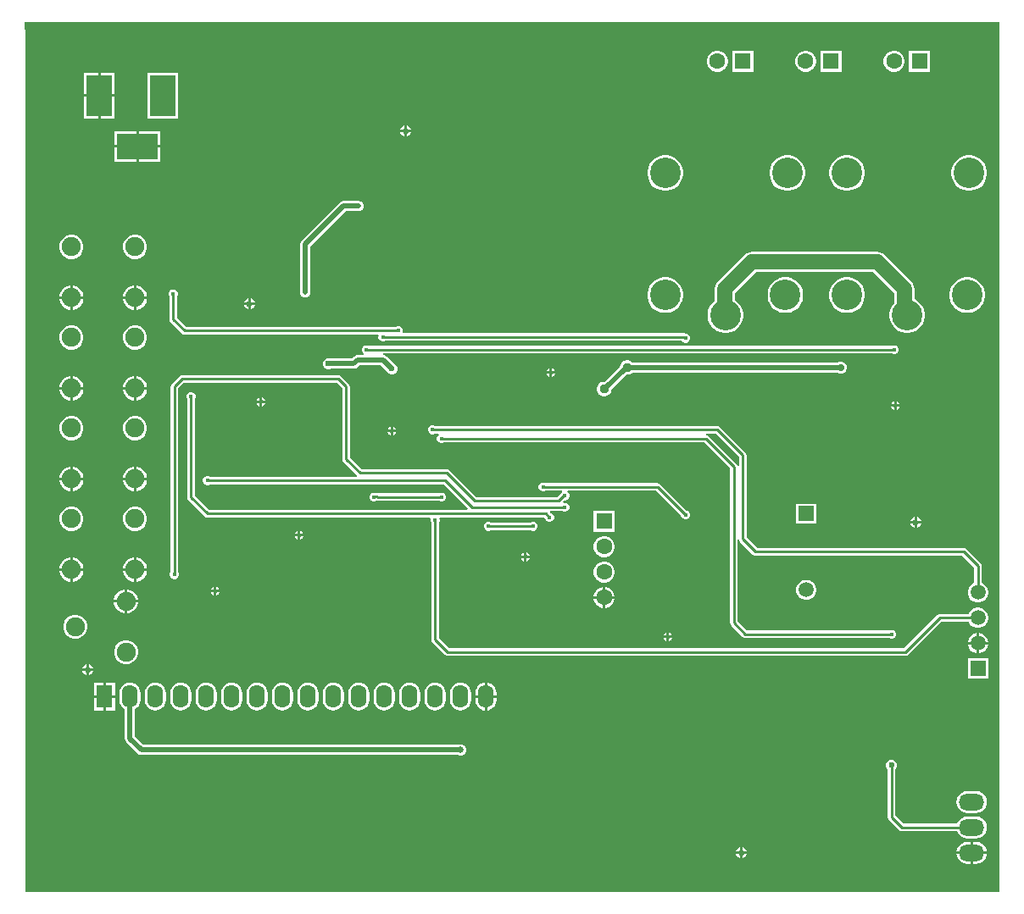
<source format=gbl>
G04*
G04 #@! TF.GenerationSoftware,Altium Limited,Altium Designer,21.9.2 (33)*
G04*
G04 Layer_Physical_Order=2*
G04 Layer_Color=16711680*
%FSLAX25Y25*%
%MOIN*%
G70*
G04*
G04 #@! TF.SameCoordinates,16876C39-77F7-4B8B-AB46-175668DC8D83*
G04*
G04*
G04 #@! TF.FilePolarity,Positive*
G04*
G01*
G75*
%ADD15C,0.01000*%
%ADD68C,0.02000*%
%ADD69C,0.06000*%
%ADD70O,0.10000X0.06600*%
%ADD71C,0.05984*%
%ADD72R,0.05984X0.05984*%
%ADD73C,0.06299*%
%ADD74R,0.06299X0.06299*%
%ADD75C,0.05906*%
%ADD76R,0.05906X0.05906*%
%ADD77R,0.06299X0.06299*%
%ADD78C,0.12000*%
%ADD79R,0.06200X0.09000*%
%ADD80O,0.06200X0.09000*%
%ADD81C,0.07500*%
%ADD82R,0.10000X0.16000*%
%ADD83R,0.16000X0.10000*%
%ADD84C,0.03775*%
%ADD85C,0.01575*%
%ADD86C,0.02756*%
%ADD87C,0.02362*%
%ADD88C,0.02575*%
%ADD89C,0.01968*%
G36*
X527993Y164007D02*
X144757D01*
X144757Y503250D01*
X144604Y504018D01*
X144507Y504164D01*
Y506493D01*
X527993D01*
X527993Y164007D01*
D02*
G37*
%LPC*%
G36*
X500634Y495134D02*
X492366D01*
Y486866D01*
X500634D01*
Y495134D01*
D02*
G37*
G36*
X487044D02*
X485956D01*
X484904Y494852D01*
X483962Y494308D01*
X483192Y493538D01*
X482648Y492596D01*
X482366Y491544D01*
Y490456D01*
X482648Y489404D01*
X483192Y488462D01*
X483962Y487692D01*
X484904Y487148D01*
X485956Y486866D01*
X487044D01*
X488096Y487148D01*
X489038Y487692D01*
X489808Y488462D01*
X490352Y489404D01*
X490634Y490456D01*
Y491544D01*
X490352Y492596D01*
X489808Y493538D01*
X489038Y494308D01*
X488096Y494852D01*
X487044Y495134D01*
D02*
G37*
G36*
X465884D02*
X457616D01*
Y486866D01*
X465884D01*
Y495134D01*
D02*
G37*
G36*
X452294D02*
X451206D01*
X450154Y494852D01*
X449212Y494308D01*
X448442Y493538D01*
X447898Y492596D01*
X447616Y491544D01*
Y490456D01*
X447898Y489404D01*
X448442Y488462D01*
X449212Y487692D01*
X450154Y487148D01*
X451206Y486866D01*
X452294D01*
X453346Y487148D01*
X454288Y487692D01*
X455058Y488462D01*
X455602Y489404D01*
X455884Y490456D01*
Y491544D01*
X455602Y492596D01*
X455058Y493538D01*
X454288Y494308D01*
X453346Y494852D01*
X452294Y495134D01*
D02*
G37*
G36*
X431134D02*
X422866D01*
Y486866D01*
X431134D01*
Y495134D01*
D02*
G37*
G36*
X417544D02*
X416456D01*
X415404Y494852D01*
X414462Y494308D01*
X413692Y493538D01*
X413148Y492596D01*
X412866Y491544D01*
Y490456D01*
X413148Y489404D01*
X413692Y488462D01*
X414462Y487692D01*
X415404Y487148D01*
X416456Y486866D01*
X417544D01*
X418596Y487148D01*
X419538Y487692D01*
X420308Y488462D01*
X420852Y489404D01*
X421134Y490456D01*
Y491544D01*
X420852Y492596D01*
X420308Y493538D01*
X419538Y494308D01*
X418596Y494852D01*
X417544Y495134D01*
D02*
G37*
G36*
X180000Y486500D02*
X174500D01*
Y478000D01*
X180000D01*
Y486500D01*
D02*
G37*
G36*
X173500D02*
X168000D01*
Y478000D01*
X173500D01*
Y486500D01*
D02*
G37*
G36*
X204984Y486484D02*
X193016D01*
Y468516D01*
X204984D01*
Y486484D01*
D02*
G37*
G36*
X180000Y477000D02*
X174500D01*
Y468500D01*
X180000D01*
Y477000D01*
D02*
G37*
G36*
X173500D02*
X168000D01*
Y468500D01*
X173500D01*
Y477000D01*
D02*
G37*
G36*
X295000Y465654D02*
Y464000D01*
X296654D01*
X296349Y464736D01*
X295736Y465349D01*
X295000Y465654D01*
D02*
G37*
G36*
X294000D02*
X293265Y465349D01*
X292651Y464736D01*
X292346Y464000D01*
X294000D01*
Y465654D01*
D02*
G37*
G36*
X296654Y463000D02*
X295000D01*
Y461346D01*
X295736Y461651D01*
X296349Y462264D01*
X296654Y463000D01*
D02*
G37*
G36*
X294000D02*
X292346D01*
X292651Y462264D01*
X293265Y461651D01*
X294000Y461346D01*
Y463000D01*
D02*
G37*
G36*
X198000Y463500D02*
X189500D01*
Y458000D01*
X198000D01*
Y463500D01*
D02*
G37*
G36*
X188500D02*
X180000D01*
Y458000D01*
X188500D01*
Y463500D01*
D02*
G37*
G36*
X198000Y457000D02*
X189500D01*
Y451500D01*
X198000D01*
Y457000D01*
D02*
G37*
G36*
X188500D02*
X180000D01*
Y451500D01*
X188500D01*
Y457000D01*
D02*
G37*
G36*
X516688Y453984D02*
X515312D01*
X513963Y453716D01*
X512692Y453189D01*
X511548Y452425D01*
X510575Y451452D01*
X509811Y450308D01*
X509284Y449037D01*
X509016Y447688D01*
Y446312D01*
X509284Y444963D01*
X509811Y443692D01*
X510575Y442548D01*
X511548Y441575D01*
X512692Y440811D01*
X513963Y440284D01*
X515312Y440016D01*
X516688D01*
X518037Y440284D01*
X519308Y440811D01*
X520452Y441575D01*
X521425Y442548D01*
X522189Y443692D01*
X522716Y444963D01*
X522984Y446312D01*
Y447688D01*
X522716Y449037D01*
X522189Y450308D01*
X521425Y451452D01*
X520452Y452425D01*
X519308Y453189D01*
X518037Y453716D01*
X516688Y453984D01*
D02*
G37*
G36*
X468688D02*
X467312D01*
X465963Y453716D01*
X464692Y453189D01*
X463548Y452425D01*
X462575Y451452D01*
X461811Y450308D01*
X461284Y449037D01*
X461016Y447688D01*
Y446312D01*
X461284Y444963D01*
X461811Y443692D01*
X462575Y442548D01*
X463548Y441575D01*
X464692Y440811D01*
X465963Y440284D01*
X467312Y440016D01*
X468688D01*
X470037Y440284D01*
X471308Y440811D01*
X472452Y441575D01*
X473425Y442548D01*
X474189Y443692D01*
X474716Y444963D01*
X474984Y446312D01*
Y447688D01*
X474716Y449037D01*
X474189Y450308D01*
X473425Y451452D01*
X472452Y452425D01*
X471308Y453189D01*
X470037Y453716D01*
X468688Y453984D01*
D02*
G37*
G36*
X445188D02*
X443812D01*
X442463Y453716D01*
X441192Y453189D01*
X440048Y452425D01*
X439075Y451452D01*
X438311Y450308D01*
X437784Y449037D01*
X437516Y447688D01*
Y446312D01*
X437784Y444963D01*
X438311Y443692D01*
X439075Y442548D01*
X440048Y441575D01*
X441192Y440811D01*
X442463Y440284D01*
X443812Y440016D01*
X445188D01*
X446537Y440284D01*
X447808Y440811D01*
X448952Y441575D01*
X449925Y442548D01*
X450689Y443692D01*
X451216Y444963D01*
X451484Y446312D01*
Y447688D01*
X451216Y449037D01*
X450689Y450308D01*
X449925Y451452D01*
X448952Y452425D01*
X447808Y453189D01*
X446537Y453716D01*
X445188Y453984D01*
D02*
G37*
G36*
X397188D02*
X395812D01*
X394463Y453716D01*
X393192Y453189D01*
X392048Y452425D01*
X391075Y451452D01*
X390311Y450308D01*
X389784Y449037D01*
X389516Y447688D01*
Y446312D01*
X389784Y444963D01*
X390311Y443692D01*
X391075Y442548D01*
X392048Y441575D01*
X393192Y440811D01*
X394463Y440284D01*
X395812Y440016D01*
X397188D01*
X398537Y440284D01*
X399808Y440811D01*
X400952Y441575D01*
X401925Y442548D01*
X402689Y443692D01*
X403216Y444963D01*
X403484Y446312D01*
Y447688D01*
X403216Y449037D01*
X402689Y450308D01*
X401925Y451452D01*
X400952Y452425D01*
X399808Y453189D01*
X398537Y453716D01*
X397188Y453984D01*
D02*
G37*
G36*
X188623Y422734D02*
X187377D01*
X186173Y422412D01*
X185093Y421788D01*
X184212Y420907D01*
X183588Y419827D01*
X183266Y418623D01*
Y417377D01*
X183588Y416173D01*
X184212Y415093D01*
X185093Y414212D01*
X186173Y413588D01*
X187377Y413266D01*
X188623D01*
X189827Y413588D01*
X190907Y414212D01*
X191788Y415093D01*
X192412Y416173D01*
X192734Y417377D01*
Y418623D01*
X192412Y419827D01*
X191788Y420907D01*
X190907Y421788D01*
X189827Y422412D01*
X188623Y422734D01*
D02*
G37*
G36*
X163623D02*
X162377D01*
X161173Y422412D01*
X160093Y421788D01*
X159212Y420907D01*
X158588Y419827D01*
X158266Y418623D01*
Y417377D01*
X158588Y416173D01*
X159212Y415093D01*
X160093Y414212D01*
X161173Y413588D01*
X162377Y413266D01*
X163623D01*
X164827Y413588D01*
X165907Y414212D01*
X166788Y415093D01*
X167412Y416173D01*
X167734Y417377D01*
Y418623D01*
X167412Y419827D01*
X166788Y420907D01*
X165907Y421788D01*
X164827Y422412D01*
X163623Y422734D01*
D02*
G37*
G36*
X188625Y402750D02*
X188500D01*
Y398500D01*
X192750D01*
Y398625D01*
X192426Y399833D01*
X191801Y400917D01*
X190917Y401801D01*
X189833Y402426D01*
X188625Y402750D01*
D02*
G37*
G36*
X163625D02*
X163500D01*
Y398500D01*
X167750D01*
Y398625D01*
X167426Y399833D01*
X166801Y400917D01*
X165917Y401801D01*
X164833Y402426D01*
X163625Y402750D01*
D02*
G37*
G36*
X187500D02*
X187375D01*
X186167Y402426D01*
X185083Y401801D01*
X184199Y400917D01*
X183574Y399833D01*
X183250Y398625D01*
Y398500D01*
X187500D01*
Y402750D01*
D02*
G37*
G36*
X162500D02*
X162375D01*
X161167Y402426D01*
X160083Y401801D01*
X159199Y400917D01*
X158574Y399833D01*
X158250Y398625D01*
Y398500D01*
X162500D01*
Y402750D01*
D02*
G37*
G36*
X276000Y436023D02*
X270000D01*
X269226Y435869D01*
X268569Y435431D01*
X253569Y420431D01*
X253131Y419774D01*
X252977Y419000D01*
Y400000D01*
X253031Y399725D01*
Y399608D01*
X253076Y399500D01*
X253131Y399226D01*
X253286Y398993D01*
X253331Y398885D01*
X253414Y398802D01*
X253569Y398569D01*
X253802Y398414D01*
X253885Y398331D01*
X253993Y398286D01*
X254226Y398131D01*
X254500Y398076D01*
X254608Y398031D01*
X254725D01*
X255000Y397977D01*
X255275Y398031D01*
X255392D01*
X255500Y398076D01*
X255774Y398131D01*
X256007Y398286D01*
X256115Y398331D01*
X256198Y398414D01*
X256431Y398569D01*
X256586Y398802D01*
X256669Y398885D01*
X256714Y398993D01*
X256869Y399226D01*
X256924Y399500D01*
X256968Y399608D01*
Y399725D01*
X257023Y400000D01*
Y418162D01*
X270838Y431977D01*
X276000D01*
X276275Y432031D01*
X276392D01*
X276500Y432076D01*
X276774Y432131D01*
X277007Y432286D01*
X277115Y432331D01*
X277198Y432414D01*
X277431Y432569D01*
X277586Y432802D01*
X277669Y432885D01*
X277714Y432993D01*
X277869Y433226D01*
X277924Y433500D01*
X277969Y433608D01*
Y433725D01*
X278023Y434000D01*
X277969Y434275D01*
Y434392D01*
X277924Y434500D01*
X277869Y434774D01*
X277714Y435007D01*
X277669Y435115D01*
X277586Y435198D01*
X277431Y435431D01*
X277198Y435586D01*
X277115Y435669D01*
X277007Y435714D01*
X276774Y435869D01*
X276500Y435924D01*
X276392Y435968D01*
X276275D01*
X276000Y436023D01*
D02*
G37*
G36*
X233500Y397654D02*
Y396000D01*
X235154D01*
X234849Y396736D01*
X234236Y397349D01*
X233500Y397654D01*
D02*
G37*
G36*
X232500D02*
X231765Y397349D01*
X231151Y396736D01*
X230846Y396000D01*
X232500D01*
Y397654D01*
D02*
G37*
G36*
X235154Y395000D02*
X233500D01*
Y393346D01*
X234236Y393651D01*
X234849Y394265D01*
X235154Y395000D01*
D02*
G37*
G36*
X232500D02*
X230846D01*
X231151Y394265D01*
X231765Y393651D01*
X232500Y393346D01*
Y395000D01*
D02*
G37*
G36*
X192750Y397500D02*
X188500D01*
Y393250D01*
X188625D01*
X189833Y393574D01*
X190917Y394199D01*
X191801Y395083D01*
X192426Y396167D01*
X192750Y397375D01*
Y397500D01*
D02*
G37*
G36*
X187500D02*
X183250D01*
Y397375D01*
X183574Y396167D01*
X184199Y395083D01*
X185083Y394199D01*
X186167Y393574D01*
X187375Y393250D01*
X187500D01*
Y397500D01*
D02*
G37*
G36*
X167750D02*
X163500D01*
Y393250D01*
X163625D01*
X164833Y393574D01*
X165917Y394199D01*
X166801Y395083D01*
X167426Y396167D01*
X167750Y397375D01*
Y397500D01*
D02*
G37*
G36*
X162500D02*
X158250D01*
Y397375D01*
X158574Y396167D01*
X159199Y395083D01*
X160083Y394199D01*
X161167Y393574D01*
X162375Y393250D01*
X162500D01*
Y397500D01*
D02*
G37*
G36*
X515932Y405953D02*
X514556D01*
X513207Y405684D01*
X511936Y405158D01*
X510792Y404393D01*
X509819Y403421D01*
X509055Y402277D01*
X508528Y401006D01*
X508260Y399656D01*
Y398281D01*
X508528Y396931D01*
X509055Y395660D01*
X509819Y394516D01*
X510792Y393544D01*
X511936Y392779D01*
X513207Y392253D01*
X514556Y391984D01*
X515932D01*
X517281Y392253D01*
X518552Y392779D01*
X519696Y393544D01*
X520669Y394516D01*
X521433Y395660D01*
X521960Y396931D01*
X522228Y398281D01*
Y399656D01*
X521960Y401006D01*
X521433Y402277D01*
X520669Y403421D01*
X519696Y404393D01*
X518552Y405158D01*
X517281Y405684D01*
X515932Y405953D01*
D02*
G37*
G36*
X468688D02*
X467312D01*
X465963Y405684D01*
X464692Y405158D01*
X463548Y404393D01*
X462575Y403421D01*
X461811Y402277D01*
X461284Y401006D01*
X461016Y399656D01*
Y398281D01*
X461284Y396931D01*
X461811Y395660D01*
X462575Y394516D01*
X463548Y393544D01*
X464692Y392779D01*
X465963Y392253D01*
X467312Y391984D01*
X468688D01*
X470037Y392253D01*
X471308Y392779D01*
X472452Y393544D01*
X473425Y394516D01*
X474189Y395660D01*
X474716Y396931D01*
X474984Y398281D01*
Y399656D01*
X474716Y401006D01*
X474189Y402277D01*
X473425Y403421D01*
X472452Y404393D01*
X471308Y405158D01*
X470037Y405684D01*
X468688Y405953D01*
D02*
G37*
G36*
X444432D02*
X443056D01*
X441707Y405684D01*
X440436Y405158D01*
X439292Y404393D01*
X438319Y403421D01*
X437555Y402277D01*
X437028Y401006D01*
X436760Y399656D01*
Y398281D01*
X437028Y396931D01*
X437555Y395660D01*
X438319Y394516D01*
X439292Y393544D01*
X440436Y392779D01*
X441707Y392253D01*
X443056Y391984D01*
X444432D01*
X445781Y392253D01*
X447052Y392779D01*
X448196Y393544D01*
X449169Y394516D01*
X449933Y395660D01*
X450460Y396931D01*
X450728Y398281D01*
Y399656D01*
X450460Y401006D01*
X449933Y402277D01*
X449169Y403421D01*
X448196Y404393D01*
X447052Y405158D01*
X445781Y405684D01*
X444432Y405953D01*
D02*
G37*
G36*
X397188D02*
X395812D01*
X394463Y405684D01*
X393192Y405158D01*
X392048Y404393D01*
X391075Y403421D01*
X390311Y402277D01*
X389784Y401006D01*
X389516Y399656D01*
Y398281D01*
X389784Y396931D01*
X390311Y395660D01*
X391075Y394516D01*
X392048Y393544D01*
X393192Y392779D01*
X394463Y392253D01*
X395812Y391984D01*
X397188D01*
X398537Y392253D01*
X399808Y392779D01*
X400952Y393544D01*
X401925Y394516D01*
X402689Y395660D01*
X403216Y396931D01*
X403484Y398281D01*
Y399656D01*
X403216Y401006D01*
X402689Y402277D01*
X401925Y403421D01*
X400952Y404393D01*
X399808Y405158D01*
X398537Y405684D01*
X397188Y405953D01*
D02*
G37*
G36*
X480000Y416019D02*
X430500D01*
X429460Y415882D01*
X428491Y415480D01*
X427658Y414842D01*
X417158Y404342D01*
X416520Y403509D01*
X416118Y402540D01*
X415981Y401500D01*
Y396728D01*
X415670Y396519D01*
X414697Y395547D01*
X413933Y394403D01*
X413406Y393132D01*
X413138Y391782D01*
Y390407D01*
X413406Y389057D01*
X413933Y387786D01*
X414697Y386642D01*
X415670Y385669D01*
X416814Y384905D01*
X418085Y384379D01*
X419434Y384110D01*
X420810D01*
X422159Y384379D01*
X423430Y384905D01*
X424574Y385669D01*
X425547Y386642D01*
X426311Y387786D01*
X426838Y389057D01*
X427106Y390407D01*
Y391782D01*
X426838Y393132D01*
X426311Y394403D01*
X425547Y395547D01*
X424574Y396519D01*
X424019Y396891D01*
Y399835D01*
X432165Y407981D01*
X478335D01*
X486455Y399861D01*
Y395805D01*
X486197Y395547D01*
X485433Y394403D01*
X484906Y393132D01*
X484638Y391782D01*
Y390407D01*
X484906Y389057D01*
X485433Y387786D01*
X486197Y386642D01*
X487170Y385669D01*
X488314Y384905D01*
X489585Y384379D01*
X490934Y384110D01*
X492310D01*
X493659Y384379D01*
X494930Y384905D01*
X496074Y385669D01*
X497047Y386642D01*
X497811Y387786D01*
X498338Y389057D01*
X498606Y390407D01*
Y391782D01*
X498338Y393132D01*
X497811Y394403D01*
X497047Y395547D01*
X496074Y396519D01*
X494930Y397284D01*
X494493Y397465D01*
Y401526D01*
X494356Y402566D01*
X493954Y403535D01*
X493316Y404368D01*
X482842Y414842D01*
X482009Y415480D01*
X481040Y415882D01*
X480000Y416019D01*
D02*
G37*
G36*
X203352Y401272D02*
X202648D01*
X201996Y401002D01*
X201498Y400504D01*
X201228Y399852D01*
Y399148D01*
X201487Y398524D01*
Y389500D01*
X201487Y389500D01*
X201602Y388921D01*
X201930Y388430D01*
X206430Y383930D01*
X206921Y383602D01*
X207500Y383487D01*
X207500Y383487D01*
X283541D01*
X283819Y383071D01*
X283728Y382852D01*
Y382148D01*
X283998Y381496D01*
X284496Y380998D01*
X285148Y380728D01*
X285852D01*
X286476Y380987D01*
X403008D01*
X403496Y380498D01*
X404148Y380228D01*
X404852D01*
X405504Y380498D01*
X406002Y380996D01*
X406272Y381648D01*
Y382352D01*
X406002Y383004D01*
X405504Y383502D01*
X404852Y383772D01*
X404613D01*
X404424Y383898D01*
X403844Y384013D01*
X403844Y384013D01*
X293459D01*
X293181Y384429D01*
X293272Y384648D01*
Y385352D01*
X293002Y386004D01*
X292504Y386502D01*
X291852Y386772D01*
X291148D01*
X290524Y386513D01*
X208127D01*
X204513Y390127D01*
Y398524D01*
X204772Y399148D01*
Y399852D01*
X204502Y400504D01*
X204004Y401002D01*
X203352Y401272D01*
D02*
G37*
G36*
X486852Y379272D02*
X486148D01*
X485524Y379013D01*
X279976D01*
X279352Y379272D01*
X278648D01*
X277996Y379002D01*
X277498Y378504D01*
X277228Y377852D01*
Y377148D01*
X277498Y376496D01*
X277971Y376023D01*
X277962Y375897D01*
X277836Y375523D01*
X275549D01*
X274775Y375369D01*
X274118Y374931D01*
X273211Y374023D01*
X264774D01*
X264431Y374165D01*
X263569D01*
X262773Y373836D01*
X262164Y373227D01*
X261835Y372431D01*
Y371569D01*
X262164Y370773D01*
X262773Y370164D01*
X263569Y369835D01*
X264431D01*
X264774Y369977D01*
X274049D01*
X274823Y370131D01*
X275480Y370569D01*
X276387Y371477D01*
X284662D01*
X287022Y369117D01*
X287164Y368773D01*
X287773Y368164D01*
X288569Y367835D01*
X289431D01*
X290227Y368164D01*
X290836Y368773D01*
X291165Y369569D01*
Y370431D01*
X290836Y371227D01*
X290227Y371836D01*
X289883Y371978D01*
X286931Y374931D01*
X286274Y375369D01*
X285683Y375487D01*
X285733Y375987D01*
X485524D01*
X486148Y375728D01*
X486852D01*
X487504Y375998D01*
X488002Y376496D01*
X488272Y377148D01*
Y377852D01*
X488002Y378504D01*
X487504Y379002D01*
X486852Y379272D01*
D02*
G37*
G36*
X188623Y387068D02*
X187377D01*
X186173Y386745D01*
X185093Y386122D01*
X184212Y385240D01*
X183588Y384161D01*
X183266Y382957D01*
Y381710D01*
X183588Y380506D01*
X184212Y379426D01*
X185093Y378545D01*
X186173Y377922D01*
X187377Y377599D01*
X188623D01*
X189827Y377922D01*
X190907Y378545D01*
X191788Y379426D01*
X192412Y380506D01*
X192734Y381710D01*
Y382957D01*
X192412Y384161D01*
X191788Y385240D01*
X190907Y386122D01*
X189827Y386745D01*
X188623Y387068D01*
D02*
G37*
G36*
X163623D02*
X162377D01*
X161173Y386745D01*
X160093Y386122D01*
X159212Y385240D01*
X158588Y384161D01*
X158266Y382957D01*
Y381710D01*
X158588Y380506D01*
X159212Y379426D01*
X160093Y378545D01*
X161173Y377922D01*
X162377Y377599D01*
X163623D01*
X164827Y377922D01*
X165907Y378545D01*
X166788Y379426D01*
X167412Y380506D01*
X167734Y381710D01*
Y382957D01*
X167412Y384161D01*
X166788Y385240D01*
X165907Y386122D01*
X164827Y386745D01*
X163623Y387068D01*
D02*
G37*
G36*
X352000Y370228D02*
Y369000D01*
X353228D01*
X353015Y369513D01*
X352513Y370015D01*
X352000Y370228D01*
D02*
G37*
G36*
X351000D02*
X350487Y370015D01*
X349985Y369513D01*
X349772Y369000D01*
X351000D01*
Y370228D01*
D02*
G37*
G36*
X381878Y373372D02*
X381122D01*
X380392Y373176D01*
X379737Y372798D01*
X379202Y372263D01*
X378824Y371608D01*
X378628Y370878D01*
Y370740D01*
X372761Y364872D01*
X372122D01*
X371392Y364676D01*
X370737Y364298D01*
X370202Y363763D01*
X369824Y363108D01*
X369628Y362378D01*
Y361622D01*
X369824Y360892D01*
X370202Y360237D01*
X370737Y359702D01*
X371392Y359324D01*
X372122Y359128D01*
X372878D01*
X373608Y359324D01*
X374263Y359702D01*
X374798Y360237D01*
X375176Y360892D01*
X375372Y361622D01*
Y361760D01*
X381240Y367628D01*
X381878D01*
X382608Y367824D01*
X383263Y368202D01*
X383538Y368477D01*
X464212D01*
X465030Y368138D01*
X465970D01*
X466838Y368497D01*
X467503Y369162D01*
X467862Y370030D01*
Y370970D01*
X467503Y371838D01*
X466838Y372503D01*
X465970Y372862D01*
X465030D01*
X464212Y372523D01*
X383538D01*
X383263Y372798D01*
X382608Y373176D01*
X381878Y373372D01*
D02*
G37*
G36*
X268000Y367513D02*
X268000Y367513D01*
X206500D01*
X206500Y367513D01*
X205921Y367398D01*
X205430Y367070D01*
X202430Y364070D01*
X202102Y363579D01*
X201987Y363000D01*
X201987Y363000D01*
Y289976D01*
X201728Y289352D01*
Y288648D01*
X201998Y287996D01*
X202496Y287498D01*
X203148Y287228D01*
X203852D01*
X204504Y287498D01*
X205002Y287996D01*
X205272Y288648D01*
Y289352D01*
X205013Y289976D01*
Y362373D01*
X207127Y364487D01*
X267373D01*
X269487Y362373D01*
Y334500D01*
X269487Y334500D01*
X269602Y333921D01*
X269930Y333430D01*
X275346Y328013D01*
X275270Y327689D01*
X275153Y327513D01*
X217476D01*
X216852Y327772D01*
X216148D01*
X215496Y327502D01*
X214998Y327004D01*
X214728Y326352D01*
Y325648D01*
X214998Y324996D01*
X215496Y324498D01*
X216148Y324228D01*
X216852D01*
X217476Y324487D01*
X309373D01*
X318885Y314975D01*
X318693Y314513D01*
X217127D01*
X211513Y320127D01*
Y358024D01*
X211772Y358648D01*
Y359352D01*
X211502Y360004D01*
X211004Y360502D01*
X210352Y360772D01*
X209648D01*
X208996Y360502D01*
X208498Y360004D01*
X208228Y359352D01*
Y358648D01*
X208487Y358024D01*
Y319500D01*
X208487Y319500D01*
X208602Y318921D01*
X208930Y318430D01*
X215430Y311930D01*
X215430Y311930D01*
X215921Y311602D01*
X216500Y311487D01*
X216500Y311487D01*
X304041D01*
X304319Y311071D01*
X304228Y310852D01*
Y310148D01*
X304487Y309524D01*
Y263500D01*
X304487Y263500D01*
X304602Y262921D01*
X304930Y262430D01*
X309930Y257430D01*
X309930Y257430D01*
X310421Y257102D01*
X311000Y256987D01*
X491000D01*
X491000Y256987D01*
X491579Y257102D01*
X492070Y257430D01*
X505127Y270487D01*
X515789D01*
X515795Y270465D01*
X516318Y269558D01*
X517058Y268818D01*
X517965Y268295D01*
X518976Y268024D01*
X520023D01*
X521035Y268295D01*
X521942Y268818D01*
X522682Y269558D01*
X523205Y270465D01*
X523476Y271477D01*
Y272523D01*
X523205Y273535D01*
X522682Y274442D01*
X521942Y275182D01*
X521035Y275705D01*
X520023Y275976D01*
X518976D01*
X517965Y275705D01*
X517058Y275182D01*
X516318Y274442D01*
X515795Y273535D01*
X515789Y273513D01*
X504500D01*
X503921Y273398D01*
X503430Y273070D01*
X503430Y273070D01*
X490373Y260013D01*
X311627D01*
X307513Y264127D01*
Y309524D01*
X307772Y310148D01*
Y310852D01*
X307681Y311071D01*
X307959Y311487D01*
X348873D01*
X349240Y311120D01*
X349498Y310496D01*
X349996Y309998D01*
X350648Y309728D01*
X351352D01*
X352004Y309998D01*
X352502Y310496D01*
X352772Y311148D01*
Y311852D01*
X352502Y312504D01*
X352004Y313002D01*
X351380Y313260D01*
X351115Y313525D01*
X351307Y313987D01*
X356024D01*
X356648Y313728D01*
X357352D01*
X358004Y313998D01*
X358502Y314496D01*
X358772Y315148D01*
Y315852D01*
X358502Y316504D01*
X358004Y317002D01*
X357352Y317272D01*
X356648D01*
X356599Y317251D01*
X356315Y317675D01*
X356869Y318228D01*
X357352D01*
X358004Y318498D01*
X358502Y318996D01*
X358772Y319648D01*
Y320352D01*
X358502Y321004D01*
X358019Y321487D01*
X358022Y321569D01*
X358140Y321987D01*
X392873D01*
X402740Y312120D01*
X402998Y311496D01*
X403496Y310998D01*
X404148Y310728D01*
X404852D01*
X405504Y310998D01*
X406002Y311496D01*
X406272Y312148D01*
Y312852D01*
X406002Y313504D01*
X405504Y314002D01*
X404880Y314260D01*
X394570Y324570D01*
X394079Y324898D01*
X393500Y325013D01*
X393500Y325013D01*
X349476D01*
X348852Y325272D01*
X348148D01*
X347496Y325002D01*
X346998Y324504D01*
X346728Y323852D01*
Y323148D01*
X346998Y322496D01*
X347496Y321998D01*
X348148Y321728D01*
X348852D01*
X349476Y321987D01*
X355860D01*
X355978Y321569D01*
X355981Y321487D01*
X355836Y321341D01*
X355430Y321070D01*
X355430Y321070D01*
X353873Y319513D01*
X322127D01*
X311570Y330070D01*
X311079Y330398D01*
X310500Y330513D01*
X310500Y330513D01*
X277127D01*
X272513Y335127D01*
Y363000D01*
X272513Y363000D01*
X272398Y363579D01*
X272070Y364070D01*
X272070Y364070D01*
X269070Y367070D01*
X268579Y367398D01*
X268483Y367417D01*
X268000Y367513D01*
D02*
G37*
G36*
X353228Y368000D02*
X352000D01*
Y366772D01*
X352513Y366985D01*
X353015Y367488D01*
X353228Y368000D01*
D02*
G37*
G36*
X351000D02*
X349772D01*
X349985Y367488D01*
X350487Y366985D01*
X351000Y366772D01*
Y368000D01*
D02*
G37*
G36*
X188625Y367083D02*
X188500D01*
Y362833D01*
X192750D01*
Y362959D01*
X192426Y364167D01*
X191801Y365250D01*
X190917Y366134D01*
X189833Y366760D01*
X188625Y367083D01*
D02*
G37*
G36*
X187500D02*
X187375D01*
X186167Y366760D01*
X185083Y366134D01*
X184199Y365250D01*
X183574Y364167D01*
X183250Y362959D01*
Y362833D01*
X187500D01*
Y367083D01*
D02*
G37*
G36*
X163625D02*
X163500D01*
Y362833D01*
X167750D01*
Y362959D01*
X167426Y364167D01*
X166801Y365250D01*
X165917Y366134D01*
X164833Y366760D01*
X163625Y367083D01*
D02*
G37*
G36*
X162500D02*
X162375D01*
X161167Y366760D01*
X160083Y366134D01*
X159199Y365250D01*
X158574Y364167D01*
X158250Y362959D01*
Y362833D01*
X162500D01*
Y367083D01*
D02*
G37*
G36*
X192750Y361833D02*
X188500D01*
Y357583D01*
X188625D01*
X189833Y357907D01*
X190917Y358532D01*
X191801Y359417D01*
X192426Y360500D01*
X192750Y361708D01*
Y361833D01*
D02*
G37*
G36*
X187500D02*
X183250D01*
Y361708D01*
X183574Y360500D01*
X184199Y359417D01*
X185083Y358532D01*
X186167Y357907D01*
X187375Y357583D01*
X187500D01*
Y361833D01*
D02*
G37*
G36*
X167750D02*
X163500D01*
Y357583D01*
X163625D01*
X164833Y357907D01*
X165917Y358532D01*
X166801Y359417D01*
X167426Y360500D01*
X167750Y361708D01*
Y361833D01*
D02*
G37*
G36*
X162500D02*
X158250D01*
Y361708D01*
X158574Y360500D01*
X159199Y359417D01*
X160083Y358532D01*
X161167Y357907D01*
X162375Y357583D01*
X162500D01*
Y361833D01*
D02*
G37*
G36*
X238000Y358728D02*
Y357500D01*
X239228D01*
X239015Y358013D01*
X238512Y358515D01*
X238000Y358728D01*
D02*
G37*
G36*
X237000D02*
X236488Y358515D01*
X235985Y358013D01*
X235772Y357500D01*
X237000D01*
Y358728D01*
D02*
G37*
G36*
X487500Y357228D02*
Y356000D01*
X488728D01*
X488515Y356512D01*
X488013Y357015D01*
X487500Y357228D01*
D02*
G37*
G36*
X486500D02*
X485988Y357015D01*
X485485Y356512D01*
X485272Y356000D01*
X486500D01*
Y357228D01*
D02*
G37*
G36*
X239228Y356500D02*
X238000D01*
Y355272D01*
X238512Y355485D01*
X239015Y355988D01*
X239228Y356500D01*
D02*
G37*
G36*
X237000D02*
X235772D01*
X235985Y355988D01*
X236488Y355485D01*
X237000Y355272D01*
Y356500D01*
D02*
G37*
G36*
X488728Y355000D02*
X487500D01*
Y353772D01*
X488013Y353985D01*
X488515Y354487D01*
X488728Y355000D01*
D02*
G37*
G36*
X486500D02*
X485272D01*
X485485Y354487D01*
X485988Y353985D01*
X486500Y353772D01*
Y355000D01*
D02*
G37*
G36*
X289500Y347228D02*
Y346000D01*
X290728D01*
X290515Y346513D01*
X290013Y347015D01*
X289500Y347228D01*
D02*
G37*
G36*
X288500D02*
X287987Y347015D01*
X287485Y346513D01*
X287272Y346000D01*
X288500D01*
Y347228D01*
D02*
G37*
G36*
X290728Y345000D02*
X289500D01*
Y343772D01*
X290013Y343985D01*
X290515Y344488D01*
X290728Y345000D01*
D02*
G37*
G36*
X288500D02*
X287272D01*
X287485Y344488D01*
X287987Y343985D01*
X288500Y343772D01*
Y345000D01*
D02*
G37*
G36*
X188623Y351401D02*
X187377D01*
X186173Y351078D01*
X185093Y350455D01*
X184212Y349574D01*
X183588Y348494D01*
X183266Y347290D01*
Y346043D01*
X183588Y344839D01*
X184212Y343760D01*
X185093Y342878D01*
X186173Y342255D01*
X187377Y341932D01*
X188623D01*
X189827Y342255D01*
X190907Y342878D01*
X191788Y343760D01*
X192412Y344839D01*
X192734Y346043D01*
Y347290D01*
X192412Y348494D01*
X191788Y349574D01*
X190907Y350455D01*
X189827Y351078D01*
X188623Y351401D01*
D02*
G37*
G36*
X163623D02*
X162377D01*
X161173Y351078D01*
X160093Y350455D01*
X159212Y349574D01*
X158588Y348494D01*
X158266Y347290D01*
Y346043D01*
X158588Y344839D01*
X159212Y343760D01*
X160093Y342878D01*
X161173Y342255D01*
X162377Y341932D01*
X163623D01*
X164827Y342255D01*
X165907Y342878D01*
X166788Y343760D01*
X167412Y344839D01*
X167734Y346043D01*
Y347290D01*
X167412Y348494D01*
X166788Y349574D01*
X165907Y350455D01*
X164827Y351078D01*
X163623Y351401D01*
D02*
G37*
G36*
X188625Y331417D02*
X188500D01*
Y327167D01*
X192750D01*
Y327292D01*
X192426Y328500D01*
X191801Y329583D01*
X190917Y330468D01*
X189833Y331093D01*
X188625Y331417D01*
D02*
G37*
G36*
X187500D02*
X187375D01*
X186167Y331093D01*
X185083Y330468D01*
X184199Y329583D01*
X183574Y328500D01*
X183250Y327292D01*
Y327167D01*
X187500D01*
Y331417D01*
D02*
G37*
G36*
X163625D02*
X163500D01*
Y327167D01*
X167750D01*
Y327292D01*
X167426Y328500D01*
X166801Y329583D01*
X165917Y330468D01*
X164833Y331093D01*
X163625Y331417D01*
D02*
G37*
G36*
X162500D02*
X162375D01*
X161167Y331093D01*
X160083Y330468D01*
X159199Y329583D01*
X158574Y328500D01*
X158250Y327292D01*
Y327167D01*
X162500D01*
Y331417D01*
D02*
G37*
G36*
X192750Y326167D02*
X188500D01*
Y321917D01*
X188625D01*
X189833Y322240D01*
X190917Y322866D01*
X191801Y323750D01*
X192426Y324833D01*
X192750Y326041D01*
Y326167D01*
D02*
G37*
G36*
X187500D02*
X183250D01*
Y326041D01*
X183574Y324833D01*
X184199Y323750D01*
X185083Y322866D01*
X186167Y322240D01*
X187375Y321917D01*
X187500D01*
Y326167D01*
D02*
G37*
G36*
X167750D02*
X163500D01*
Y321917D01*
X163625D01*
X164833Y322240D01*
X165917Y322866D01*
X166801Y323750D01*
X167426Y324833D01*
X167750Y326041D01*
Y326167D01*
D02*
G37*
G36*
X162500D02*
X158250D01*
Y326041D01*
X158574Y324833D01*
X159199Y323750D01*
X160083Y322866D01*
X161167Y322240D01*
X162375Y321917D01*
X162500D01*
Y326167D01*
D02*
G37*
G36*
X308852Y321272D02*
X308148D01*
X307524Y321013D01*
X283663D01*
X283110Y321123D01*
X283110Y321123D01*
X282711D01*
X282352Y321272D01*
X281648D01*
X280996Y321002D01*
X280498Y320504D01*
X280228Y319852D01*
Y319148D01*
X280498Y318496D01*
X280996Y317998D01*
X281648Y317728D01*
X282352D01*
X283004Y317998D01*
X283030Y318024D01*
X283220Y317987D01*
X283220Y317987D01*
X307524D01*
X308148Y317728D01*
X308852D01*
X309504Y317998D01*
X310002Y318496D01*
X310272Y319148D01*
Y319852D01*
X310002Y320504D01*
X309504Y321002D01*
X308852Y321272D01*
D02*
G37*
G36*
X495500Y311654D02*
Y310000D01*
X497154D01*
X496849Y310736D01*
X496236Y311349D01*
X495500Y311654D01*
D02*
G37*
G36*
X494500D02*
X493764Y311349D01*
X493151Y310736D01*
X492846Y310000D01*
X494500D01*
Y311654D01*
D02*
G37*
G36*
X344852Y309772D02*
X344148D01*
X343524Y309513D01*
X327976D01*
X327352Y309772D01*
X326648D01*
X325996Y309502D01*
X325498Y309004D01*
X325228Y308352D01*
Y307648D01*
X325498Y306996D01*
X325996Y306498D01*
X326648Y306228D01*
X327352D01*
X327976Y306487D01*
X343524D01*
X344148Y306228D01*
X344852D01*
X345504Y306498D01*
X346002Y306996D01*
X346272Y307648D01*
Y308352D01*
X346002Y309004D01*
X345504Y309502D01*
X344852Y309772D01*
D02*
G37*
G36*
X455887Y316937D02*
X448013D01*
Y309063D01*
X455887D01*
Y316937D01*
D02*
G37*
G36*
X497154Y309000D02*
X495500D01*
Y307346D01*
X496236Y307651D01*
X496849Y308264D01*
X497154Y309000D01*
D02*
G37*
G36*
X494500D02*
X492846D01*
X493151Y308264D01*
X493764Y307651D01*
X494500Y307346D01*
Y309000D01*
D02*
G37*
G36*
X188623Y315734D02*
X187377D01*
X186173Y315412D01*
X185093Y314788D01*
X184212Y313907D01*
X183588Y312827D01*
X183266Y311623D01*
Y310377D01*
X183588Y309173D01*
X184212Y308093D01*
X185093Y307212D01*
X186173Y306588D01*
X187377Y306266D01*
X188623D01*
X189827Y306588D01*
X190907Y307212D01*
X191788Y308093D01*
X192412Y309173D01*
X192734Y310377D01*
Y311623D01*
X192412Y312827D01*
X191788Y313907D01*
X190907Y314788D01*
X189827Y315412D01*
X188623Y315734D01*
D02*
G37*
G36*
X163623D02*
X162377D01*
X161173Y315412D01*
X160093Y314788D01*
X159212Y313907D01*
X158588Y312827D01*
X158266Y311623D01*
Y310377D01*
X158588Y309173D01*
X159212Y308093D01*
X160093Y307212D01*
X161173Y306588D01*
X162377Y306266D01*
X163623D01*
X164827Y306588D01*
X165907Y307212D01*
X166788Y308093D01*
X167412Y309173D01*
X167734Y310377D01*
Y311623D01*
X167412Y312827D01*
X166788Y313907D01*
X165907Y314788D01*
X164827Y315412D01*
X163623Y315734D01*
D02*
G37*
G36*
X376634Y314134D02*
X368366D01*
Y305866D01*
X376634D01*
Y314134D01*
D02*
G37*
G36*
X253000Y306228D02*
Y305000D01*
X254228D01*
X254015Y305512D01*
X253513Y306015D01*
X253000Y306228D01*
D02*
G37*
G36*
X252000D02*
X251487Y306015D01*
X250985Y305512D01*
X250772Y305000D01*
X252000D01*
Y306228D01*
D02*
G37*
G36*
X254228Y304000D02*
X253000D01*
Y302772D01*
X253513Y302985D01*
X254015Y303487D01*
X254228Y304000D01*
D02*
G37*
G36*
X252000D02*
X250772D01*
X250985Y303487D01*
X251487Y302985D01*
X252000Y302772D01*
Y304000D01*
D02*
G37*
G36*
X342000Y297728D02*
Y296500D01*
X343228D01*
X343015Y297012D01*
X342512Y297515D01*
X342000Y297728D01*
D02*
G37*
G36*
X341000D02*
X340488Y297515D01*
X339985Y297012D01*
X339772Y296500D01*
X341000D01*
Y297728D01*
D02*
G37*
G36*
X373044Y304134D02*
X371956D01*
X370904Y303852D01*
X369962Y303308D01*
X369192Y302538D01*
X368648Y301596D01*
X368366Y300544D01*
Y299456D01*
X368648Y298404D01*
X369192Y297462D01*
X369962Y296692D01*
X370904Y296148D01*
X371956Y295866D01*
X373044D01*
X374096Y296148D01*
X375038Y296692D01*
X375808Y297462D01*
X376352Y298404D01*
X376634Y299456D01*
Y300544D01*
X376352Y301596D01*
X375808Y302538D01*
X375038Y303308D01*
X374096Y303852D01*
X373044Y304134D01*
D02*
G37*
G36*
X343228Y295500D02*
X342000D01*
Y294272D01*
X342512Y294485D01*
X343015Y294988D01*
X343228Y295500D01*
D02*
G37*
G36*
X341000D02*
X339772D01*
X339985Y294988D01*
X340488Y294485D01*
X341000Y294272D01*
Y295500D01*
D02*
G37*
G36*
X188625Y295750D02*
X188500D01*
Y291500D01*
X192750D01*
Y291625D01*
X192426Y292833D01*
X191801Y293917D01*
X190917Y294801D01*
X189833Y295426D01*
X188625Y295750D01*
D02*
G37*
G36*
X187500D02*
X187375D01*
X186167Y295426D01*
X185083Y294801D01*
X184199Y293917D01*
X183574Y292833D01*
X183250Y291625D01*
Y291500D01*
X187500D01*
Y295750D01*
D02*
G37*
G36*
X163625D02*
X163500D01*
Y291500D01*
X167750D01*
Y291625D01*
X167426Y292833D01*
X166801Y293917D01*
X165917Y294801D01*
X164833Y295426D01*
X163625Y295750D01*
D02*
G37*
G36*
X162500D02*
X162375D01*
X161167Y295426D01*
X160083Y294801D01*
X159199Y293917D01*
X158574Y292833D01*
X158250Y291625D01*
Y291500D01*
X162500D01*
Y295750D01*
D02*
G37*
G36*
X192750Y290500D02*
X188500D01*
Y286250D01*
X188625D01*
X189833Y286574D01*
X190917Y287199D01*
X191801Y288083D01*
X192426Y289167D01*
X192750Y290375D01*
Y290500D01*
D02*
G37*
G36*
X187500D02*
X183250D01*
Y290375D01*
X183574Y289167D01*
X184199Y288083D01*
X185083Y287199D01*
X186167Y286574D01*
X187375Y286250D01*
X187500D01*
Y290500D01*
D02*
G37*
G36*
X167750D02*
X163500D01*
Y286250D01*
X163625D01*
X164833Y286574D01*
X165917Y287199D01*
X166801Y288083D01*
X167426Y289167D01*
X167750Y290375D01*
Y290500D01*
D02*
G37*
G36*
X162500D02*
X158250D01*
Y290375D01*
X158574Y289167D01*
X159199Y288083D01*
X160083Y287199D01*
X161167Y286574D01*
X162375Y286250D01*
X162500D01*
Y290500D01*
D02*
G37*
G36*
X373044Y294134D02*
X371956D01*
X370904Y293852D01*
X369962Y293308D01*
X369192Y292538D01*
X368648Y291596D01*
X368366Y290544D01*
Y289456D01*
X368648Y288404D01*
X369192Y287462D01*
X369962Y286692D01*
X370904Y286148D01*
X371956Y285866D01*
X373044D01*
X374096Y286148D01*
X375038Y286692D01*
X375808Y287462D01*
X376352Y288404D01*
X376634Y289456D01*
Y290544D01*
X376352Y291596D01*
X375808Y292538D01*
X375038Y293308D01*
X374096Y293852D01*
X373044Y294134D01*
D02*
G37*
G36*
X220000Y284228D02*
Y283000D01*
X221228D01*
X221015Y283512D01*
X220513Y284015D01*
X220000Y284228D01*
D02*
G37*
G36*
X219000D02*
X218488Y284015D01*
X217985Y283512D01*
X217772Y283000D01*
X219000D01*
Y284228D01*
D02*
G37*
G36*
X221228Y282000D02*
X220000D01*
Y280772D01*
X220513Y280985D01*
X221015Y281487D01*
X221228Y282000D01*
D02*
G37*
G36*
X219000D02*
X217772D01*
X217985Y281487D01*
X218488Y280985D01*
X219000Y280772D01*
Y282000D01*
D02*
G37*
G36*
X373046Y284150D02*
X373000D01*
Y280500D01*
X376650D01*
Y280546D01*
X376367Y281602D01*
X375820Y282548D01*
X375048Y283320D01*
X374102Y283867D01*
X373046Y284150D01*
D02*
G37*
G36*
X372000D02*
X371954D01*
X370898Y283867D01*
X369952Y283320D01*
X369180Y282548D01*
X368633Y281602D01*
X368350Y280546D01*
Y280500D01*
X372000D01*
Y284150D01*
D02*
G37*
G36*
X452518Y286937D02*
X451482D01*
X450480Y286669D01*
X449583Y286150D01*
X448850Y285417D01*
X448331Y284520D01*
X448063Y283518D01*
Y282482D01*
X448331Y281480D01*
X448850Y280583D01*
X449583Y279850D01*
X450480Y279331D01*
X451482Y279063D01*
X452518D01*
X453520Y279331D01*
X454417Y279850D01*
X455150Y280583D01*
X455669Y281480D01*
X455937Y282482D01*
Y283518D01*
X455669Y284520D01*
X455150Y285417D01*
X454417Y286150D01*
X453520Y286669D01*
X452518Y286937D01*
D02*
G37*
G36*
X185125Y283250D02*
X185000D01*
Y279000D01*
X189250D01*
Y279125D01*
X188926Y280333D01*
X188301Y281417D01*
X187417Y282301D01*
X186333Y282926D01*
X185125Y283250D01*
D02*
G37*
G36*
X184000D02*
X183875D01*
X182667Y282926D01*
X181583Y282301D01*
X180699Y281417D01*
X180074Y280333D01*
X179750Y279125D01*
Y279000D01*
X184000D01*
Y283250D01*
D02*
G37*
G36*
X305352Y347772D02*
X304648D01*
X303996Y347502D01*
X303498Y347004D01*
X303228Y346352D01*
Y345648D01*
X303498Y344996D01*
X303996Y344498D01*
X304648Y344228D01*
X305352D01*
X305976Y344487D01*
X307360D01*
X307478Y344069D01*
X307481Y343987D01*
X306998Y343504D01*
X306728Y342852D01*
Y342148D01*
X306998Y341496D01*
X307496Y340998D01*
X308148Y340728D01*
X308852D01*
X309476Y340987D01*
X411873D01*
X421987Y330873D01*
Y270000D01*
X421987Y270000D01*
X422102Y269421D01*
X422430Y268930D01*
X426930Y264430D01*
X427421Y264102D01*
X428000Y263987D01*
X428000Y263987D01*
X484524D01*
X485148Y263728D01*
X485852D01*
X486504Y263998D01*
X487002Y264496D01*
X487272Y265148D01*
Y265852D01*
X487002Y266504D01*
X486504Y267002D01*
X485852Y267272D01*
X485148D01*
X484524Y267013D01*
X428627D01*
X425013Y270627D01*
Y302817D01*
X425513Y302866D01*
X425602Y302421D01*
X425930Y301930D01*
X430930Y296930D01*
X430930Y296930D01*
X431421Y296602D01*
X432000Y296487D01*
X432000Y296487D01*
X513373D01*
X517987Y291873D01*
Y285711D01*
X517965Y285705D01*
X517058Y285182D01*
X516318Y284442D01*
X515795Y283535D01*
X515524Y282523D01*
Y281476D01*
X515795Y280465D01*
X516318Y279558D01*
X517058Y278818D01*
X517965Y278295D01*
X518976Y278024D01*
X520023D01*
X521035Y278295D01*
X521942Y278818D01*
X522682Y279558D01*
X523205Y280465D01*
X523476Y281476D01*
Y282523D01*
X523205Y283535D01*
X522682Y284442D01*
X521942Y285182D01*
X521035Y285705D01*
X521013Y285711D01*
Y292500D01*
X520898Y293079D01*
X520570Y293570D01*
X520570Y293570D01*
X515070Y299070D01*
X514579Y299398D01*
X514000Y299513D01*
X514000Y299513D01*
X432627D01*
X428513Y303627D01*
Y336000D01*
X428513Y336000D01*
X428398Y336579D01*
X428070Y337070D01*
X428070Y337070D01*
X418070Y347070D01*
X417579Y347398D01*
X417000Y347513D01*
X417000Y347513D01*
X305976D01*
X305352Y347772D01*
D02*
G37*
G36*
X376650Y279500D02*
X373000D01*
Y275850D01*
X373046D01*
X374102Y276133D01*
X375048Y276679D01*
X375820Y277452D01*
X376367Y278398D01*
X376650Y279454D01*
Y279500D01*
D02*
G37*
G36*
X372000D02*
X368350D01*
Y279454D01*
X368633Y278398D01*
X369180Y277452D01*
X369952Y276679D01*
X370898Y276133D01*
X371954Y275850D01*
X372000D01*
Y279500D01*
D02*
G37*
G36*
X189250Y278000D02*
X185000D01*
Y273750D01*
X185125D01*
X186333Y274074D01*
X187417Y274699D01*
X188301Y275583D01*
X188926Y276667D01*
X189250Y277875D01*
Y278000D01*
D02*
G37*
G36*
X184000D02*
X179750D01*
Y277875D01*
X180074Y276667D01*
X180699Y275583D01*
X181583Y274699D01*
X182667Y274074D01*
X183875Y273750D01*
X184000D01*
Y278000D01*
D02*
G37*
G36*
X398000Y266228D02*
Y265000D01*
X399228D01*
X399015Y265512D01*
X398513Y266015D01*
X398000Y266228D01*
D02*
G37*
G36*
X397000D02*
X396487Y266015D01*
X395985Y265512D01*
X395772Y265000D01*
X397000D01*
Y266228D01*
D02*
G37*
G36*
X165123Y273234D02*
X163877D01*
X162673Y272912D01*
X161593Y272288D01*
X160712Y271407D01*
X160088Y270327D01*
X159766Y269123D01*
Y267877D01*
X160088Y266673D01*
X160712Y265593D01*
X161593Y264712D01*
X162673Y264088D01*
X163877Y263766D01*
X165123D01*
X166327Y264088D01*
X167407Y264712D01*
X168288Y265593D01*
X168912Y266673D01*
X169234Y267877D01*
Y269123D01*
X168912Y270327D01*
X168288Y271407D01*
X167407Y272288D01*
X166327Y272912D01*
X165123Y273234D01*
D02*
G37*
G36*
X399228Y264000D02*
X398000D01*
Y262772D01*
X398513Y262985D01*
X399015Y263488D01*
X399228Y264000D01*
D02*
G37*
G36*
X397000D02*
X395772D01*
X395985Y263488D01*
X396487Y262985D01*
X397000Y262772D01*
Y264000D01*
D02*
G37*
G36*
X520026Y265992D02*
X520000D01*
Y262500D01*
X523492D01*
Y262526D01*
X523220Y263541D01*
X522694Y264451D01*
X521951Y265195D01*
X521041Y265720D01*
X520026Y265992D01*
D02*
G37*
G36*
X519000D02*
X518974D01*
X517959Y265720D01*
X517049Y265195D01*
X516305Y264451D01*
X515780Y263541D01*
X515508Y262526D01*
Y262500D01*
X519000D01*
Y265992D01*
D02*
G37*
G36*
X523492Y261500D02*
X520000D01*
Y258008D01*
X520026D01*
X521041Y258280D01*
X521951Y258805D01*
X522694Y259549D01*
X523220Y260459D01*
X523492Y261474D01*
Y261500D01*
D02*
G37*
G36*
X519000D02*
X515508D01*
Y261474D01*
X515780Y260459D01*
X516305Y259549D01*
X517049Y258805D01*
X517959Y258280D01*
X518974Y258008D01*
X519000D01*
Y261500D01*
D02*
G37*
G36*
X185123Y263234D02*
X183877D01*
X182673Y262912D01*
X181593Y262288D01*
X180712Y261407D01*
X180088Y260327D01*
X179766Y259123D01*
Y257877D01*
X180088Y256673D01*
X180712Y255593D01*
X181593Y254712D01*
X182673Y254088D01*
X183877Y253766D01*
X185123D01*
X186327Y254088D01*
X187407Y254712D01*
X188288Y255593D01*
X188912Y256673D01*
X189234Y257877D01*
Y259123D01*
X188912Y260327D01*
X188288Y261407D01*
X187407Y262288D01*
X186327Y262912D01*
X185123Y263234D01*
D02*
G37*
G36*
X170000Y253654D02*
Y252000D01*
X171654D01*
X171349Y252735D01*
X170736Y253349D01*
X170000Y253654D01*
D02*
G37*
G36*
X169000D02*
X168264Y253349D01*
X167651Y252735D01*
X167346Y252000D01*
X169000D01*
Y253654D01*
D02*
G37*
G36*
X171654Y251000D02*
X170000D01*
Y249346D01*
X170736Y249651D01*
X171349Y250265D01*
X171654Y251000D01*
D02*
G37*
G36*
X169000D02*
X167346D01*
X167651Y250265D01*
X168264Y249651D01*
X169000Y249346D01*
Y251000D01*
D02*
G37*
G36*
X523476Y255976D02*
X515524D01*
Y248024D01*
X523476D01*
Y255976D01*
D02*
G37*
G36*
X326500Y246469D02*
Y241500D01*
X330135D01*
Y242400D01*
X329995Y243470D01*
X329581Y244468D01*
X328924Y245324D01*
X328068Y245981D01*
X327070Y246394D01*
X326500Y246469D01*
D02*
G37*
G36*
X325500D02*
X324930Y246394D01*
X323932Y245981D01*
X323076Y245324D01*
X322419Y244468D01*
X322006Y243470D01*
X321865Y242400D01*
Y241500D01*
X325500D01*
Y246469D01*
D02*
G37*
G36*
X180100Y246500D02*
X176500D01*
Y241500D01*
X180100D01*
Y246500D01*
D02*
G37*
G36*
X175500D02*
X171900D01*
Y241500D01*
X175500D01*
Y246500D01*
D02*
G37*
G36*
X330135Y240500D02*
X326500D01*
Y235530D01*
X327070Y235606D01*
X328068Y236019D01*
X328924Y236676D01*
X329581Y237532D01*
X329995Y238530D01*
X330135Y239600D01*
Y240500D01*
D02*
G37*
G36*
X325500D02*
X321865D01*
Y239600D01*
X322006Y238530D01*
X322419Y237532D01*
X323076Y236676D01*
X323932Y236019D01*
X324930Y235606D01*
X325500Y235530D01*
Y240500D01*
D02*
G37*
G36*
X180100D02*
X176500D01*
Y235500D01*
X180100D01*
Y240500D01*
D02*
G37*
G36*
X175500D02*
X171900D01*
Y235500D01*
X175500D01*
Y240500D01*
D02*
G37*
G36*
X316000Y246519D02*
X314934Y246379D01*
X313940Y245968D01*
X313087Y245313D01*
X312432Y244460D01*
X312021Y243466D01*
X311880Y242400D01*
Y239600D01*
X312021Y238534D01*
X312432Y237540D01*
X313087Y236687D01*
X313940Y236032D01*
X314934Y235621D01*
X316000Y235480D01*
X317066Y235621D01*
X318060Y236032D01*
X318913Y236687D01*
X319568Y237540D01*
X319979Y238534D01*
X320120Y239600D01*
Y242400D01*
X319979Y243466D01*
X319568Y244460D01*
X318913Y245313D01*
X318060Y245968D01*
X317066Y246379D01*
X316000Y246519D01*
D02*
G37*
G36*
X306000D02*
X304934Y246379D01*
X303940Y245968D01*
X303087Y245313D01*
X302432Y244460D01*
X302021Y243466D01*
X301881Y242400D01*
Y239600D01*
X302021Y238534D01*
X302432Y237540D01*
X303087Y236687D01*
X303940Y236032D01*
X304934Y235621D01*
X306000Y235480D01*
X307066Y235621D01*
X308060Y236032D01*
X308913Y236687D01*
X309568Y237540D01*
X309979Y238534D01*
X310120Y239600D01*
Y242400D01*
X309979Y243466D01*
X309568Y244460D01*
X308913Y245313D01*
X308060Y245968D01*
X307066Y246379D01*
X306000Y246519D01*
D02*
G37*
G36*
X296000D02*
X294934Y246379D01*
X293940Y245968D01*
X293087Y245313D01*
X292432Y244460D01*
X292021Y243466D01*
X291880Y242400D01*
Y239600D01*
X292021Y238534D01*
X292432Y237540D01*
X293087Y236687D01*
X293940Y236032D01*
X294934Y235621D01*
X296000Y235480D01*
X297066Y235621D01*
X298060Y236032D01*
X298913Y236687D01*
X299568Y237540D01*
X299979Y238534D01*
X300119Y239600D01*
Y242400D01*
X299979Y243466D01*
X299568Y244460D01*
X298913Y245313D01*
X298060Y245968D01*
X297066Y246379D01*
X296000Y246519D01*
D02*
G37*
G36*
X286000D02*
X284934Y246379D01*
X283940Y245968D01*
X283087Y245313D01*
X282432Y244460D01*
X282021Y243466D01*
X281880Y242400D01*
Y239600D01*
X282021Y238534D01*
X282432Y237540D01*
X283087Y236687D01*
X283940Y236032D01*
X284934Y235621D01*
X286000Y235480D01*
X287066Y235621D01*
X288060Y236032D01*
X288913Y236687D01*
X289568Y237540D01*
X289979Y238534D01*
X290120Y239600D01*
Y242400D01*
X289979Y243466D01*
X289568Y244460D01*
X288913Y245313D01*
X288060Y245968D01*
X287066Y246379D01*
X286000Y246519D01*
D02*
G37*
G36*
X276000D02*
X274934Y246379D01*
X273940Y245968D01*
X273087Y245313D01*
X272432Y244460D01*
X272021Y243466D01*
X271881Y242400D01*
Y239600D01*
X272021Y238534D01*
X272432Y237540D01*
X273087Y236687D01*
X273940Y236032D01*
X274934Y235621D01*
X276000Y235480D01*
X277066Y235621D01*
X278060Y236032D01*
X278913Y236687D01*
X279568Y237540D01*
X279979Y238534D01*
X280119Y239600D01*
Y242400D01*
X279979Y243466D01*
X279568Y244460D01*
X278913Y245313D01*
X278060Y245968D01*
X277066Y246379D01*
X276000Y246519D01*
D02*
G37*
G36*
X266000D02*
X264934Y246379D01*
X263940Y245968D01*
X263087Y245313D01*
X262432Y244460D01*
X262021Y243466D01*
X261880Y242400D01*
Y239600D01*
X262021Y238534D01*
X262432Y237540D01*
X263087Y236687D01*
X263940Y236032D01*
X264934Y235621D01*
X266000Y235480D01*
X267066Y235621D01*
X268060Y236032D01*
X268913Y236687D01*
X269568Y237540D01*
X269979Y238534D01*
X270120Y239600D01*
Y242400D01*
X269979Y243466D01*
X269568Y244460D01*
X268913Y245313D01*
X268060Y245968D01*
X267066Y246379D01*
X266000Y246519D01*
D02*
G37*
G36*
X256000D02*
X254934Y246379D01*
X253940Y245968D01*
X253087Y245313D01*
X252432Y244460D01*
X252021Y243466D01*
X251881Y242400D01*
Y239600D01*
X252021Y238534D01*
X252432Y237540D01*
X253087Y236687D01*
X253940Y236032D01*
X254934Y235621D01*
X256000Y235480D01*
X257066Y235621D01*
X258060Y236032D01*
X258913Y236687D01*
X259568Y237540D01*
X259979Y238534D01*
X260120Y239600D01*
Y242400D01*
X259979Y243466D01*
X259568Y244460D01*
X258913Y245313D01*
X258060Y245968D01*
X257066Y246379D01*
X256000Y246519D01*
D02*
G37*
G36*
X246000D02*
X244934Y246379D01*
X243940Y245968D01*
X243087Y245313D01*
X242432Y244460D01*
X242021Y243466D01*
X241880Y242400D01*
Y239600D01*
X242021Y238534D01*
X242432Y237540D01*
X243087Y236687D01*
X243940Y236032D01*
X244934Y235621D01*
X246000Y235480D01*
X247066Y235621D01*
X248060Y236032D01*
X248913Y236687D01*
X249568Y237540D01*
X249979Y238534D01*
X250119Y239600D01*
Y242400D01*
X249979Y243466D01*
X249568Y244460D01*
X248913Y245313D01*
X248060Y245968D01*
X247066Y246379D01*
X246000Y246519D01*
D02*
G37*
G36*
X236000D02*
X234934Y246379D01*
X233940Y245968D01*
X233087Y245313D01*
X232432Y244460D01*
X232021Y243466D01*
X231880Y242400D01*
Y239600D01*
X232021Y238534D01*
X232432Y237540D01*
X233087Y236687D01*
X233940Y236032D01*
X234934Y235621D01*
X236000Y235480D01*
X237066Y235621D01*
X238060Y236032D01*
X238913Y236687D01*
X239568Y237540D01*
X239979Y238534D01*
X240120Y239600D01*
Y242400D01*
X239979Y243466D01*
X239568Y244460D01*
X238913Y245313D01*
X238060Y245968D01*
X237066Y246379D01*
X236000Y246519D01*
D02*
G37*
G36*
X226000D02*
X224934Y246379D01*
X223940Y245968D01*
X223087Y245313D01*
X222432Y244460D01*
X222021Y243466D01*
X221881Y242400D01*
Y239600D01*
X222021Y238534D01*
X222432Y237540D01*
X223087Y236687D01*
X223940Y236032D01*
X224934Y235621D01*
X226000Y235480D01*
X227066Y235621D01*
X228060Y236032D01*
X228913Y236687D01*
X229568Y237540D01*
X229979Y238534D01*
X230119Y239600D01*
Y242400D01*
X229979Y243466D01*
X229568Y244460D01*
X228913Y245313D01*
X228060Y245968D01*
X227066Y246379D01*
X226000Y246519D01*
D02*
G37*
G36*
X216000D02*
X214934Y246379D01*
X213940Y245968D01*
X213087Y245313D01*
X212432Y244460D01*
X212021Y243466D01*
X211880Y242400D01*
Y239600D01*
X212021Y238534D01*
X212432Y237540D01*
X213087Y236687D01*
X213940Y236032D01*
X214934Y235621D01*
X216000Y235480D01*
X217066Y235621D01*
X218060Y236032D01*
X218913Y236687D01*
X219568Y237540D01*
X219979Y238534D01*
X220120Y239600D01*
Y242400D01*
X219979Y243466D01*
X219568Y244460D01*
X218913Y245313D01*
X218060Y245968D01*
X217066Y246379D01*
X216000Y246519D01*
D02*
G37*
G36*
X206000D02*
X204934Y246379D01*
X203940Y245968D01*
X203087Y245313D01*
X202432Y244460D01*
X202021Y243466D01*
X201881Y242400D01*
Y239600D01*
X202021Y238534D01*
X202432Y237540D01*
X203087Y236687D01*
X203940Y236032D01*
X204934Y235621D01*
X206000Y235480D01*
X207066Y235621D01*
X208060Y236032D01*
X208913Y236687D01*
X209568Y237540D01*
X209979Y238534D01*
X210120Y239600D01*
Y242400D01*
X209979Y243466D01*
X209568Y244460D01*
X208913Y245313D01*
X208060Y245968D01*
X207066Y246379D01*
X206000Y246519D01*
D02*
G37*
G36*
X196000D02*
X194934Y246379D01*
X193940Y245968D01*
X193087Y245313D01*
X192432Y244460D01*
X192021Y243466D01*
X191881Y242400D01*
Y239600D01*
X192021Y238534D01*
X192432Y237540D01*
X193087Y236687D01*
X193940Y236032D01*
X194934Y235621D01*
X196000Y235480D01*
X197066Y235621D01*
X198060Y236032D01*
X198913Y236687D01*
X199568Y237540D01*
X199979Y238534D01*
X200119Y239600D01*
Y242400D01*
X199979Y243466D01*
X199568Y244460D01*
X198913Y245313D01*
X198060Y245968D01*
X197066Y246379D01*
X196000Y246519D01*
D02*
G37*
G36*
X186000D02*
X184934Y246379D01*
X183940Y245968D01*
X183087Y245313D01*
X182432Y244460D01*
X182021Y243466D01*
X181880Y242400D01*
Y239600D01*
X182021Y238534D01*
X182432Y237540D01*
X183087Y236687D01*
X183940Y236032D01*
X183977Y236017D01*
Y224500D01*
X184131Y223726D01*
X184569Y223069D01*
X189069Y218569D01*
X189726Y218131D01*
X190500Y217977D01*
X314948D01*
X315548Y217728D01*
X316452D01*
X317287Y218074D01*
X317926Y218713D01*
X318272Y219548D01*
Y220452D01*
X317926Y221287D01*
X317287Y221926D01*
X316452Y222272D01*
X315548D01*
X314948Y222023D01*
X191338D01*
X188023Y225338D01*
Y236017D01*
X188060Y236032D01*
X188913Y236687D01*
X189568Y237540D01*
X189979Y238534D01*
X190120Y239600D01*
Y242400D01*
X189979Y243466D01*
X189568Y244460D01*
X188913Y245313D01*
X188060Y245968D01*
X187066Y246379D01*
X186000Y246519D01*
D02*
G37*
G36*
X518700Y203821D02*
X515300D01*
X514182Y203674D01*
X513139Y203242D01*
X512244Y202556D01*
X511558Y201661D01*
X511126Y200618D01*
X510979Y199500D01*
X511126Y198382D01*
X511558Y197339D01*
X512244Y196444D01*
X513139Y195758D01*
X514182Y195326D01*
X515300Y195179D01*
X518700D01*
X519818Y195326D01*
X520861Y195758D01*
X521756Y196444D01*
X522442Y197339D01*
X522874Y198382D01*
X523021Y199500D01*
X522874Y200618D01*
X522442Y201661D01*
X521756Y202556D01*
X520861Y203242D01*
X519818Y203674D01*
X518700Y203821D01*
D02*
G37*
G36*
X485931Y216165D02*
X485069D01*
X484273Y215836D01*
X483664Y215227D01*
X483335Y214431D01*
Y213569D01*
X483664Y212773D01*
X483987Y212451D01*
Y193500D01*
X483987Y193500D01*
X484102Y192921D01*
X484430Y192430D01*
X488430Y188430D01*
X488430Y188430D01*
X488921Y188102D01*
X489500Y187987D01*
X511290D01*
X511558Y187339D01*
X512244Y186444D01*
X513139Y185758D01*
X514182Y185326D01*
X515300Y185179D01*
X518700D01*
X519818Y185326D01*
X520861Y185758D01*
X521756Y186444D01*
X522442Y187339D01*
X522874Y188382D01*
X523021Y189500D01*
X522874Y190618D01*
X522442Y191661D01*
X521756Y192556D01*
X520861Y193242D01*
X519818Y193674D01*
X518700Y193821D01*
X515300D01*
X514182Y193674D01*
X513139Y193242D01*
X512244Y192556D01*
X511558Y191661D01*
X511290Y191013D01*
X490127D01*
X487013Y194127D01*
Y212451D01*
X487336Y212773D01*
X487665Y213569D01*
Y214431D01*
X487336Y215227D01*
X486727Y215836D01*
X485931Y216165D01*
D02*
G37*
G36*
X518700Y183837D02*
X517500D01*
Y180000D01*
X522971D01*
X522889Y180622D01*
X522456Y181669D01*
X521767Y182567D01*
X520868Y183256D01*
X519823Y183689D01*
X518700Y183837D01*
D02*
G37*
G36*
X427000Y181654D02*
Y180000D01*
X428654D01*
X428349Y180736D01*
X427736Y181349D01*
X427000Y181654D01*
D02*
G37*
G36*
X426000D02*
X425265Y181349D01*
X424651Y180736D01*
X424346Y180000D01*
X426000D01*
Y181654D01*
D02*
G37*
G36*
X516500Y183837D02*
X515300D01*
X514178Y183689D01*
X513132Y183256D01*
X512233Y182567D01*
X511544Y181669D01*
X511111Y180622D01*
X511029Y180000D01*
X516500D01*
Y183837D01*
D02*
G37*
G36*
X428654Y179000D02*
X427000D01*
Y177346D01*
X427736Y177651D01*
X428349Y178264D01*
X428654Y179000D01*
D02*
G37*
G36*
X426000D02*
X424346D01*
X424651Y178264D01*
X425265Y177651D01*
X426000Y177346D01*
Y179000D01*
D02*
G37*
G36*
X522971D02*
X517500D01*
Y175163D01*
X518700D01*
X519823Y175311D01*
X520868Y175744D01*
X521767Y176433D01*
X522456Y177331D01*
X522889Y178377D01*
X522971Y179000D01*
D02*
G37*
G36*
X516500D02*
X511029D01*
X511111Y178377D01*
X511544Y177331D01*
X512233Y176433D01*
X513132Y175744D01*
X514178Y175311D01*
X515300Y175163D01*
X516500D01*
Y179000D01*
D02*
G37*
%LPD*%
G36*
X425487Y335373D02*
Y331683D01*
X424987Y331634D01*
X424898Y332079D01*
X424570Y332570D01*
X413570Y343570D01*
X413079Y343898D01*
X412634Y343987D01*
X412683Y344487D01*
X416373D01*
X425487Y335373D01*
D02*
G37*
D15*
X403844Y382500D02*
X404345Y382000D01*
X285500Y382500D02*
X403844D01*
X404345Y382000D02*
X404500D01*
X485500Y193500D02*
Y214000D01*
Y193500D02*
X489500Y189500D01*
X515500D01*
X519500Y282000D02*
Y292500D01*
X432000Y298000D02*
X514000D01*
X519500Y292500D01*
X306000Y263500D02*
X311000Y258500D01*
X306000Y263500D02*
Y310500D01*
X311000Y258500D02*
X491000D01*
X206500Y366000D02*
X268000D01*
X271000Y334500D02*
Y363000D01*
X268000Y366000D02*
X271000Y363000D01*
X203500Y363000D02*
X206500Y366000D01*
X203500Y289000D02*
Y363000D01*
X203000Y389500D02*
Y399500D01*
Y389500D02*
X207500Y385000D01*
X271000Y334500D02*
X276500Y329000D01*
X310500D01*
X327000Y308000D02*
X344500D01*
X283220Y319500D02*
X308500D01*
X283110Y319610D02*
X283220Y319500D01*
X282000D02*
X282110Y319610D01*
X283110D01*
X428000Y265500D02*
X485500D01*
X423500Y270000D02*
X428000Y265500D01*
X423500Y270000D02*
Y331500D01*
X412500Y342500D02*
X423500Y331500D01*
X308500Y342500D02*
X412500D01*
X305000Y346000D02*
X417000D01*
X427000Y336000D01*
Y303000D02*
Y336000D01*
Y303000D02*
X432000Y298000D01*
X310500Y329000D02*
X321500Y318000D01*
X207500Y385000D02*
X291500D01*
X354500Y318000D02*
X356500Y320000D01*
X321500Y318000D02*
X354500D01*
X210000Y319500D02*
Y359000D01*
Y319500D02*
X216500Y313000D01*
X349500D01*
X216500Y326000D02*
X310000D01*
X349500Y313000D02*
X351000Y311500D01*
X372500Y310000D02*
X373000D01*
X504500Y272000D02*
X519500D01*
X491000Y258500D02*
X504500Y272000D01*
X279000Y377500D02*
X486500D01*
X393500Y323500D02*
X404500Y312500D01*
X348500Y323500D02*
X393500D01*
X356500Y320000D02*
X357000D01*
X320500Y315500D02*
X357000D01*
X310000Y326000D02*
X320500Y315500D01*
D68*
X255000Y400000D02*
Y419000D01*
X270000Y434000D01*
X264000Y372000D02*
X274049D01*
X275549Y373500D02*
X285500D01*
X274049Y372000D02*
X275549Y373500D01*
X285500D02*
X289000Y370000D01*
X381250Y370500D02*
X465500D01*
X190500Y220000D02*
X316000D01*
X186000Y224500D02*
X190500Y220000D01*
X186000Y224500D02*
Y241000D01*
X515500Y189500D02*
X517000D01*
X270000Y434000D02*
X276000D01*
X372750Y362000D02*
X381250Y370500D01*
X372500Y362000D02*
X372750D01*
X443744Y398969D02*
X443968D01*
D69*
X430500Y412000D02*
X480000D01*
X490474Y401526D01*
Y392243D02*
Y401526D01*
Y392243D02*
X491622Y391094D01*
X420000Y401500D02*
X430500Y412000D01*
X420000Y391189D02*
Y401500D01*
X419906Y391094D02*
X420000Y391189D01*
X419906Y391094D02*
X420122D01*
D70*
X517000Y199500D02*
D03*
Y189500D02*
D03*
Y179500D02*
D03*
D71*
X519500Y282000D02*
D03*
Y272000D02*
D03*
Y262000D02*
D03*
D72*
Y252000D02*
D03*
D73*
X372500Y280000D02*
D03*
Y300000D02*
D03*
Y290000D02*
D03*
X486500Y491000D02*
D03*
X451750D02*
D03*
X417000D02*
D03*
D74*
X372500Y310000D02*
D03*
D75*
X452000Y283000D02*
D03*
D76*
X451950Y313000D02*
D03*
D77*
X496500Y491000D02*
D03*
X461750D02*
D03*
X427000D02*
D03*
D78*
X443744Y398969D02*
D03*
X396500D02*
D03*
X444500Y447000D02*
D03*
X396500D02*
D03*
X420122Y391094D02*
D03*
X515244Y398969D02*
D03*
X468000D02*
D03*
X516000Y447000D02*
D03*
X468000D02*
D03*
X491622Y391094D02*
D03*
D79*
X176000Y241000D02*
D03*
D80*
X186000D02*
D03*
X196000D02*
D03*
X206000D02*
D03*
X216000D02*
D03*
X226000D02*
D03*
X236000D02*
D03*
X246000D02*
D03*
X256000D02*
D03*
X266000D02*
D03*
X276000D02*
D03*
X286000D02*
D03*
X296000D02*
D03*
X306000D02*
D03*
X316000D02*
D03*
X326000D02*
D03*
D81*
X184500Y278500D02*
D03*
X164500Y268500D02*
D03*
X184500Y258500D02*
D03*
X163000Y311000D02*
D03*
X188000Y291000D02*
D03*
Y311000D02*
D03*
X163000Y291000D02*
D03*
Y346667D02*
D03*
X188000Y326667D02*
D03*
Y346667D02*
D03*
X163000Y326667D02*
D03*
Y382333D02*
D03*
X188000Y362333D02*
D03*
Y382333D02*
D03*
X163000Y362333D02*
D03*
X188000Y398000D02*
D03*
X163000Y418000D02*
D03*
Y398000D02*
D03*
X188000Y418000D02*
D03*
D82*
X199000Y477500D02*
D03*
X174000D02*
D03*
D83*
X189000Y457500D02*
D03*
D84*
X372500Y362000D02*
D03*
X381500Y370500D02*
D03*
D85*
X216500Y326000D02*
D03*
X210000Y359000D02*
D03*
X291500Y385000D02*
D03*
X305000Y346000D02*
D03*
X308500Y342500D02*
D03*
X485500Y265500D02*
D03*
X282000Y319500D02*
D03*
X306000Y310500D02*
D03*
X308500Y319500D02*
D03*
X344500Y308000D02*
D03*
X327000D02*
D03*
X351500Y368500D02*
D03*
X219500Y282500D02*
D03*
X252500Y304500D02*
D03*
X203000Y399500D02*
D03*
X341500Y296000D02*
D03*
X487000Y355500D02*
D03*
X397500Y264500D02*
D03*
X237500Y357000D02*
D03*
X289000Y345500D02*
D03*
X357000Y315500D02*
D03*
X351000Y311500D02*
D03*
X203500Y289000D02*
D03*
X357000Y320000D02*
D03*
X348500Y323500D02*
D03*
X404500Y312500D02*
D03*
X279000Y377500D02*
D03*
X486500D02*
D03*
X404500Y382000D02*
D03*
X285500Y382500D02*
D03*
D86*
X465500Y370500D02*
D03*
D87*
X169500Y251500D02*
D03*
X426500Y179500D02*
D03*
X294500Y463500D02*
D03*
X289000Y370000D02*
D03*
X485500Y214000D02*
D03*
X233000Y395500D02*
D03*
X495000Y309500D02*
D03*
X264000Y372000D02*
D03*
D88*
X316000Y220000D02*
D03*
D89*
X276000Y434000D02*
D03*
X255000Y400000D02*
D03*
M02*

</source>
